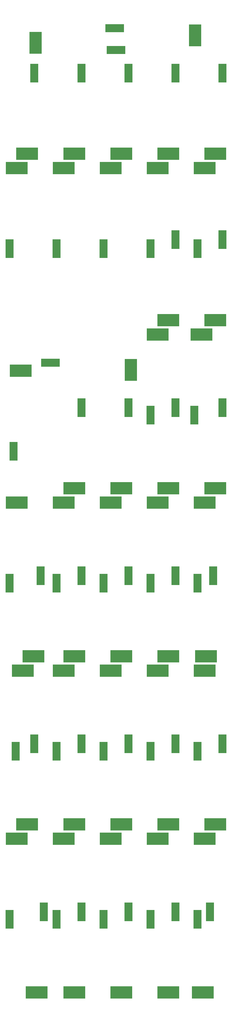
<source format=gtp>
%FSLAX44Y44*%
%MOMM*%
G71*
G01*
G75*
G04 Layer_Color=8421504*
%ADD10R,6.0000X2.5000*%
%ADD11R,4.0000X6.9850*%
%ADD12R,2.5000X6.0000*%
%ADD13R,6.9850X4.0000*%
%ADD14C,1.0000*%
%ADD15C,0.2540*%
%ADD16C,5.0000*%
%ADD17C,1.0000*%
%ADD18C,1.8000*%
%ADD19C,4.0000*%
%ADD20C,1.2700*%
%ADD21R,1.0200X3.8000*%
%ADD22R,1.2192X0.8128*%
%ADD23R,0.3556X0.7620*%
%ADD24R,0.7620X0.3556*%
%ADD25R,2.7940X2.7940*%
%ADD26C,0.2730*%
D10*
X414780Y3035240D02*
D03*
X411220Y3104760D02*
D03*
X206220Y2039760D02*
D03*
D11*
X158240Y3058100D02*
D03*
X667760Y3081900D02*
D03*
X462760Y2016900D02*
D03*
D12*
X754760Y2961780D02*
D03*
X604760D02*
D03*
X454760D02*
D03*
X304760D02*
D03*
X154760D02*
D03*
X75240Y2403220D02*
D03*
X225240D02*
D03*
X375240D02*
D03*
X525240D02*
D03*
X675240D02*
D03*
X754760Y2431780D02*
D03*
X604760D02*
D03*
X525240Y1873220D02*
D03*
X665240D02*
D03*
X754760Y1896780D02*
D03*
X604760D02*
D03*
X454760D02*
D03*
X304760D02*
D03*
X88240Y1758220D02*
D03*
X75240Y1338220D02*
D03*
X225240D02*
D03*
X375240D02*
D03*
X525240D02*
D03*
X675240D02*
D03*
X724760Y1361780D02*
D03*
X604760D02*
D03*
X454760D02*
D03*
X304760D02*
D03*
X174760D02*
D03*
X95240Y803220D02*
D03*
X225240D02*
D03*
X375240D02*
D03*
X525240D02*
D03*
X675240D02*
D03*
X754760Y826780D02*
D03*
X604760D02*
D03*
X454760D02*
D03*
X304760D02*
D03*
X154760D02*
D03*
X75240Y268220D02*
D03*
X225240D02*
D03*
X375240D02*
D03*
X525240D02*
D03*
X675240D02*
D03*
X714760Y291780D02*
D03*
X604760D02*
D03*
X454760D02*
D03*
X304760D02*
D03*
X184760D02*
D03*
D13*
X731900Y2705240D02*
D03*
X581900D02*
D03*
X431900D02*
D03*
X281900D02*
D03*
X131900D02*
D03*
X98100Y2659760D02*
D03*
X248100D02*
D03*
X398100D02*
D03*
X548100D02*
D03*
X698100D02*
D03*
X731900Y2175240D02*
D03*
X581900D02*
D03*
X548100Y2129760D02*
D03*
X688100D02*
D03*
X731900Y1640240D02*
D03*
X581900D02*
D03*
X431900D02*
D03*
X281900D02*
D03*
X111100Y2014760D02*
D03*
X98100Y1594760D02*
D03*
X248100D02*
D03*
X398100D02*
D03*
X548100D02*
D03*
X698100D02*
D03*
X701900Y1105240D02*
D03*
X581900D02*
D03*
X431900D02*
D03*
X281900D02*
D03*
X151900D02*
D03*
X118100Y1059760D02*
D03*
X248100D02*
D03*
X398100D02*
D03*
X548100D02*
D03*
X698100D02*
D03*
X731900Y570240D02*
D03*
X581900D02*
D03*
X431900D02*
D03*
X281900D02*
D03*
X131900D02*
D03*
X98100Y524760D02*
D03*
X248100D02*
D03*
X398100D02*
D03*
X548100D02*
D03*
X698100D02*
D03*
X691900Y35240D02*
D03*
X581900D02*
D03*
X431900D02*
D03*
X281900D02*
D03*
X161900D02*
D03*
M02*

</source>
